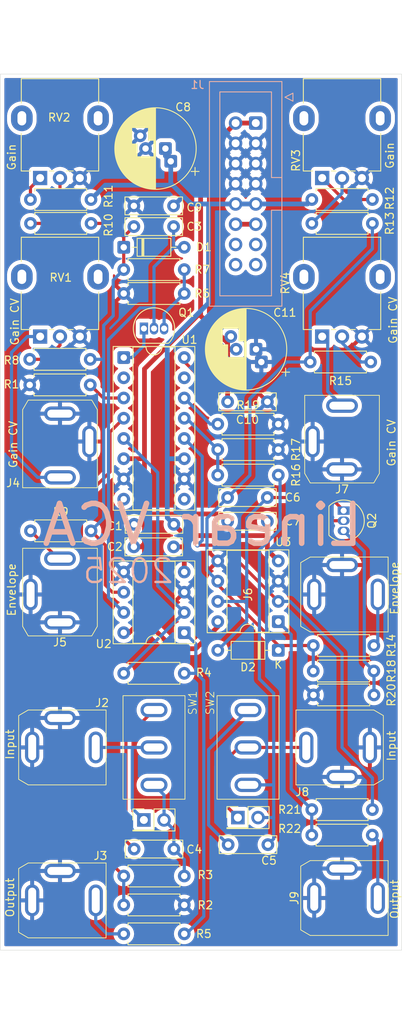
<source format=kicad_pcb>
(kicad_pcb (version 20241229) (generator "pcbnew") (generator_version "9.0")
  (layers (0 "F.Cu" signal) (2 "B.Cu" signal) (13 "F.Paste" user) (15 "B.Paste" user) (5 "F.SilkS" user "F.Silkscreen") (7 "B.SilkS" user "B.Silkscreen") (1 "F.Mask" user) (3 "B.Mask" user) (25 "Edge.Cuts" user))
  (net 0 "")
  (net 2 "+5V")
  (net 3 "+12V")
  (net 6 "-12V")
  (net 7 "GND")
  (net 13 "Net-(D1-A)")
  (net 14 "Net-(D1-K)")
  (net 15 "Net-(SW1-C)")
  (net 16 "Net-(SW2-C)")
  (net 17 "Net-(D2-A)")
  (net 18 "Net-(D2-K)")
  (net 19 "Net-(J3-PadT)")
  (net 20 "Net-(J4-PadT)")
  (net 21 "Net-(J5-PadT)")
  (net 22 "Net-(J6-PadT)")
  (net 23 "Net-(J7-PadT)")
  (net 24 "Net-(J9-PadT)")
  (net 25 "Net-(Q1-E)")
  (net 26 "Net-(Q1-C)")
  (net 27 "Net-(Q2-C)")
  (net 28 "Net-(Q2-E)")
  (net 29 "Net-(U1C-+)")
  (net 30 "Net-(U1C--)")
  (net 31 "Net-(U2A--)")
  (net 32 "Net-(R4-Pad2)")
  (net 33 "Net-(R8-Pad1)")
  (net 34 "Net-(R10-Pad1)")
  (net 35 "Net-(R11-Pad2)")
  (net 36 "Net-(R12-Pad2)")
  (net 37 "Net-(R13-Pad1)")
  (net 38 "Net-(R15-Pad1)")
  (net 39 "Net-(U1A--)")
  (net 40 "Net-(U1A-+)")
  (net 41 "Net-(R21-Pad2)")
  (net 42 "Net-(U3A--)")
  (net 43 "Net-(J10-Pin_2)")
  (net 44 "Net-(J11-Pin_2)")
  (net 45 "Net-(J10-Pin_1)")
  (net 46 "Net-(J11-Pin_1)")
  (footprint "linear_vintage_vca:Jack_3.5mm_PJ-341-2_Vertical" (layer "F.Cu") (at 57.5 163 90)
    (property "Reference" "J3")
    (property "Value" "AudioJack2")
  )
  (footprint "Connector_PinHeader_2.54mm:PinHeader_2x01_P2.54mm_Vertical" (layer "F.Cu") (at 68.058333 152.898)
    (property "Reference" "J10" (hide yes))
    (property "Value" "Conn_01x02_Pin" (hide yes))
  )
  (footprint "linear_vintage_vca:SPDT_MS-500" (layer "F.Cu") (at 69.333333 143.795)
    (property "Reference" "SW1")
    (property "Value" "SW_SPDT_321" (hide yes))
  )
  (footprint "linear_vintage_vca:R_Axial_DIN0207_L6.3mm_D2.5mm_P7.62mm_Horizontal" (layer "F.Cu") (at 97 131 180)
    (property "Reference" "R14")
    (property "Value" "330K")
  )
  (footprint "Capacitor_THT:C_Rect_L7.0mm_W2.0mm_P5.00mm" (layer "F.Cu") (at 83.6 115.4 180)
    (property "Reference" "C7")
    (property "Value" "100n")
  )
  (footprint "Capacitor_THT:CP_Radial_D10.0mm_P2.50mm_P5.00mm" (layer "F.Cu") (at 70.770937 68.6 180)
    (property "Reference" "C8")
    (property "Value" "47uF")
  )
  (footprint "linear_vintage_vca:R_Axial_DIN0207_L6.3mm_D2.5mm_P7.62mm_Horizontal" (layer "F.Cu") (at 96.61 95.4 180)
    (property "Reference" "R15")
    (property "Value" "330K")
  )
  (footprint "linear_vintage_vca:R_Axial_DIN0207_L6.3mm_D2.5mm_P7.62mm_Horizontal" (layer "F.Cu") (at 73.143333 159.934 180)
    (property "Reference" "R3")
    (property "Value" "100K")
  )
  (footprint "linear_vintage_vca:Potentiometer_Alpha_RD901F-40-00D_Single_Vertical" (layer "F.Cu") (at 57.5 84.705)
    (property "Reference" "RV1")
    (property "Value" "100k")
  )
  (footprint "linear_vintage_vca:R_Axial_DIN0207_L6.3mm_D2.5mm_P7.62mm_Horizontal" (layer "F.Cu") (at 77.356667 103.2)
    (property "Reference" "R19")
    (property "Value" "620R")
  )
  (footprint "linear_vintage_vca:R_Axial_DIN0207_L6.3mm_D2.5mm_P7.62mm_Horizontal" (layer "F.Cu") (at 89.2 75)
    (property "Reference" "R12")
    (property "Value" "120K")
  )
  (footprint "linear_vintage_vca:SPDT_MS-500" (layer "F.Cu") (at 81.166667 143.795)
    (property "Reference" "SW2")
    (property "Value" "SW_SPDT_321" (hide yes))
  )
  (footprint "linear_vintage_vca:R_Axial_DIN0207_L6.3mm_D2.5mm_P7.62mm_Horizontal" (layer "F.Cu") (at 65.523333 134.487917)
    (property "Reference" "R4")
    (property "Value" "10K")
  )
  (footprint "linear_vintage_vca:R_Axial_DIN0207_L6.3mm_D2.5mm_P7.62mm_Horizontal" (layer "F.Cu") (at 96.82 151.6 180)
    (property "Reference" "R21")
    (property "Value" "10K")
  )
  (footprint "linear_vintage_vca:Jack_3.5mm_PJ-341-2_Vertical" (layer "F.Cu") (at 93 105.385 180)
    (property "Reference" "J7")
    (property "Value" "AudioJack2")
  )
  (footprint "linear_vintage_vca:Potentiometer_Alpha_RD901F-40-00D_Single_Vertical" (layer "F.Cu") (at 93 64.8)
    (property "Reference" "RV3")
    (property "Value" "100k")
  )
  (footprint "linear_vintage_vca:Potentiometer_Alpha_RD901F-40-00D_Single_Vertical" (layer "F.Cu") (at 93 84.705)
    (property "Reference" "RV4")
    (property "Value" "100k")
  )
  (footprint "Diode_THT:D_DO-35_SOD27_P7.62mm_Horizontal" (layer "F.Cu") (at 65.523333 81)
    (property "Reference" "D1")
    (property "Value" "1N4148")
  )
  (footprint "linear_vintage_vca:Jack_3.5mm_PJ-341-2_Vertical" (layer "F.Cu") (at 93 162.7 90)
    (property "Reference" "J9")
    (property "Value" "AudioJack2")
  )
  (footprint "Diode_THT:D_DO-35_SOD27_P7.62mm_Horizontal" (layer "F.Cu") (at 84.976667 131.6 180)
    (property "Reference" "D2")
    (property "Value" "1N4148")
  )
  (footprint "linear_vintage_vca:R_Axial_DIN0207_L6.3mm_D2.5mm_P7.62mm_Horizontal" (layer "F.Cu") (at 73.143333 167.2 180)
    (property "Reference" "R5")
    (property "Value" "1K")
  )
  (footprint "linear_vintage_vca:R_Axial_DIN0207_L6.3mm_D2.5mm_P7.62mm_Horizontal" (layer "F.Cu") (at 65.523333 163.567)
    (property "Reference" "R2")
    (property "Value" "620R")
  )
  (footprint "Package_TO_SOT_THT:TO-92_Inline" (layer "F.Cu") (at 68.063333 91.2)
    (property "Reference" "Q1")
    (property "Value" "BC556")
  )
  (footprint "Capacitor_THT:C_Rect_L7.0mm_W2.0mm_P5.00mm" (layer "F.Cu") (at 66.8 78.4)
    (property "Reference" "C3")
    (property "Value" "100n")
  )
  (footprint "linear_vintage_vca:Jack_3.5mm_PJ-341-2_Vertical" (layer "F.Cu") (at 93 124.59 90)
    (property "Reference" "J6")
    (property "Value" "AudioJack2")
  )
  (footprint "linear_vintage_vca:R_Axial_DIN0207_L6.3mm_D2.5mm_P7.62mm_Horizontal" (layer "F.Cu") (at 73.143333 86.8 180)
    (property "Reference" "R6")
    (property "Value" "1K")
  )
  (footprint "linear_vintage_vca:R_Axial_DIN0207_L6.3mm_D2.5mm_P7.62mm_Horizontal" (layer "F.Cu") (at 61.31 98.275 180)
    (property "Reference" "R1")
    (property "Value" "620R")
  )
  (footprint "linear_vintage_vca:R_Axial_DIN0207_L6.3mm_D2.5mm_P7.62mm_Horizontal" (layer "F.Cu") (at 84.976667 109.6 180)
    (property "Reference" "R16")
    (property "Value" "100K")
  )
  (footprint "linear_vintage_vca:R_Axial_DIN0207_L6.3mm_D2.5mm_P7.62mm_Horizontal" (layer "F.Cu") (at 53.79 116.6)
    (property "Reference" "R9")
    (property "Value" "330K")
  )
  (footprint "linear_vintage_vca:R_Axial_DIN0207_L6.3mm_D2.5mm_P7.62mm_Horizontal" (layer "F.Cu") (at 89.38 134.2)
    (property "Reference" "R18")
    (property "Value" "33K")
  )
  (footprint "linear_vintage_vca:R_Axial_DIN0207_L6.3mm_D2.5mm_P7.62mm_Horizontal" (layer "F.Cu") (at 89.19 154.8)
    (property "Reference" "R22")
    (property "Value" "1K")
  )
  (footprint "linear_vintage_vca:Jack_3.5mm_PJ-341-2_Vertical" (layer "F.Cu") (at 57.5 143.795 90)
    (property "Reference" "J2")
    (property "Value" "AudioJack2")
  )
  (footprint "Capacitor_THT:C_Rect_L7.0mm_W2.0mm_P5.00mm" (layer "F.Cu") (at 71.833333 115.781566 180)
    (property "Reference" "C1")
    (property "Value" "100n")
  )
  (footprint "Capacitor_THT:C_Rect_L7.0mm_W2.0mm_P5.00mm" (layer "F.Cu") (at 66.833333 156.551)
    (property "Reference" "C4")
    (property "Value" "470n")
  )
  (footprint "Capacitor_THT:C_Rect_L7.0mm_W2.0mm_P5.00mm" (layer "F.Cu") (at 83.6 100.4 180)
    (property "Reference" "C10")
    (property "Value" "100n")
  )
  (footprint "Package_DIP:DIP-8_W7.62mm_Socket" (layer "F.Cu") (at 84.976667 128 180)
    (property "Reference" "U3")
    (property "Value" "TL072")
  )
  (footprint "Capacitor_THT:C_Rect_L7.0mm_W2.0mm_P5.00mm" (layer "F.Cu") (at 71.8 75.8 180)
    (property "Reference" "C9")
    (property "Value" "100n")
  )
  (footprint "linear_vintage_vca:Potentiometer_Alpha_RD901F-40-00D_Single_Vertical" (layer "F.Cu") (at 57.5 64.8)
    (property "Reference" "RV2")
    (property "Value" "100k")
  )
  (footprint "linear_vintage_vca:R_Axial_DIN0207_L6.3mm_D2.5mm_P7.62mm_Horizontal" (layer "F.Cu") (at 97.02 137.2 180)
    (property "Reference" "R20")
    (property "Value" "1K")
  )
  (footprint "Capacitor_THT:C_Rect_L7.0mm_W2.0mm_P5.00mm" (layer "F.Cu") (at 71.8 118.609267 180)
    (property "Reference" "C2")
    (property "Value" "100n")
  )
  (footprint "Capacitor_THT:C_Rect_L7.0mm_W2.0mm_P5.00mm" (layer "F.Cu") (at 78.6 112.42)
    (property "Reference" "C6")
    (property "Value" "100n")
  )
  (footprint "Capacitor_THT:C_Rect_L7.0mm_W2.0mm_P5.00mm" (layer "F.Cu") (at 78.666667 156)
    (property "Reference" "C5")
    (property "Value" "470n")
  )
  (footprint "linear_vintage_vca:R_Axial_DIN0207_L6.3mm_D2.5mm_P7.62mm_Horizontal" (layer "F.Cu") (at 89.2 78)
    (property "Reference" "R13")
    (property "Value" "330K")
  )
  (footprint "linear_vintage_vca:Jack_3.5mm_PJ-341-2_Vertical" (layer "F.Cu") (at 93 143.795 -90)
    (property "Reference" "J8")
    (property "Value" "AudioJack2")
  )
  (footprint "linear_vintage_vca:R_Axial_DIN0207_L6.3mm_D2.5mm_P7.62mm_Horizontal" (layer "F.Cu") (at 65.523333 83.8)
    (property "Reference" "R7")
    (property "Value" "33K")
  )
  (footprint "linear_vintage_vca:Jack_3.5mm_PJ-341-2_Vertical" (layer "F.Cu") (at 57.5 124.59 180)
    (property "Reference" "J5")
    (property "Value" "AudioJack2")
  )
  (footprint "Package_DIP:DIP-16_W7.62mm_Socket" (layer "F.Cu") (at 65.523333 94.843866)
    (property "Reference" "U1")
    (property "Value" "LM13700")
  )
  (footprint "linear_vintage_vca:R_Axial_DIN0207_L6.3mm_D2.5mm_P7.62mm_Horizontal" (layer "F.Cu") (at 53.69 95.065)
    (property "Reference" "R8")
    (property "Value" "330K")
  )
  (footprint "Package_DIP:DIP-8_W7.62mm_Socket" (layer "F.Cu") (at 73.143333 129.386967 180)
    (property "Reference" "U2")
    (property "Value" "TL072")
  )
  (footprint "Package_TO_SOT_THT:TO-92_Inline" (layer "F.Cu") (at 93.2 114.06 -90)
    (property "Reference" "Q2")
    (property "Value" "BC556")
  )
  (footprint "linear_vintage_vca:R_Axial_DIN0207_L6.3mm_D2.5mm_P7.62mm_Horizontal" (layer "F.Cu") (at 77.356667 106.4)
    (property "Reference" "R17")
    (property "Value" "620R")
  )
  (footprint "linear_vintage_vca:Jack_3.5mm_PJ-341-2_Vertical" (layer "F.Cu") (at 57.5 105.385)
    (property "Reference" "J4")
    (property "Value" "AudioJack2")
  )
  (footprint "linear_vintage_vca:R_Axial_DIN0207_L6.3mm_D2.5mm_P7.62mm_Horizontal" (layer "F.Cu") (at 61.4 75 180)
    (property "Reference" "R11")
    (property "Value" "120K")
  )
  (footprint "linear_vintage_vca:R_Axial_DIN0207_L6.3mm_D2.5mm_P7.62mm_Horizontal" (layer "F.Cu") (at 53.79 78)
    (property "Reference" "R10")
    (property "Value" "330K")
  )
  (footprint "Connector_PinHeader_2.54mm:PinHeader_2x01_P2.54mm_Vertical" (layer "F.Cu") (at 79.891667 152.6)
    (property "Reference" "J11" (hide yes))
    (property "Value" "Conn_01x02_Pin")
  )
  (footprint "Capacitor_THT:CP_Radial_D10.0mm_P2.50mm_P5.00mm" (layer "F.Cu") (at 82.170937 93.8 180)
    (property "Reference" "C11")
    (property "Value" "47uF")
  )
  (footprint "Connector_IDC:IDC-Header_2x08_P2.54mm_Vertical" (layer "B.Cu") (at 82.14 65.4 180)
    (property "Reference" "J1")
    (property "Value" "Conn_02x08_Odd_Even")
  )
  (gr_rect (start 50 59.25) (end 100.5 169.25) (stroke (width 0.05)) (fill no) (layer "Edge.Cuts"))
  (gr_text "Envelope" (at 100.2 127.2 90) (layer "F.SilkS") (effects (font (size 1 1)) (justify left bottom)))
  (gr_text "Gain" (at 52 71.42 90) (layer "F.SilkS") (effects (font (size 1 1)) (justify left bottom)))
  (gr_text "Input" (at 51.8 145.4 90) (layer "F.SilkS") (effects (font (size 1 1)) (justify left bottom)))
  (gr_text "Envelope" (at 52 127.4 90) (layer "F.SilkS") (effects (font (size 1 1)) (justify left bottom)))
  (gr_text "Output" (at 51.8 165.2 90) (layer "F.SilkS") (effects (font (size 1 1)) (justify left bottom)))
  (gr_text "Input" (at 99.8 145.6 90) (layer "F.SilkS") (effects (font (size 1 1)) (justify left bottom)))
  (gr_text "Output" (at 100.2 165.4 90) (layer "F.SilkS") (effects (font (size 1 1)) (justify left bottom)))
  (gr_text "Gain CV" (at 99.8 108.6 90) (layer "F.SilkS") (effects (font (size 1 1)) (justify left bottom)))
  (gr_text "Gain CV" (at 52.4 93.4 90) (layer "F.SilkS") (effects (font (size 1 1)) (justify left bottom)))
  (gr_text "Gain CV" (at 52.2 108.8 90) (layer "F.SilkS") (effects (font (size 1 1)) (justify left bottom)))
  (gr_text "Gain" (at 99.6 71.22 90) (layer "F.SilkS") (effects (font (size 1 1)) (justify left bottom)))
  (gr_text "Gain CV" (at 100 93.2 90) (layer "F.SilkS") (effects (font (size 1 1)) (justify left bottom)))
  (gr_text "Linear VCA" (at 96 118.8 0) (layer "B.SilkS") (effects (font (size 5 5) (thickness 0.7)) (justify left bottom mirror)))
  (gr_text "2025" (at 72 123.4 0) (layer "B.SilkS") (effects (font (size 3 3) (thickness 0.3)) (justify left bottom mirror)))
  (segment (start 79.6 78.1) (end 82.14 78.1) (width 0.6) (layer "F.Cu") (net 2))
  (segment (start 83.6 119.003333) (end 83.6 118.6) (width 0.6) (layer "F.Cu") (net 3))
  (segment (start 71.8 118.609267) (end 73.134066 118.609267) (width 0.6) (layer "F.Cu") (net 3))
  (segment (start 73.143333 117.2) (end 83.4 117.2) (width 0.6) (layer "F.Cu") (net 3))
  (segment (start 83.6 117.4) (end 83.6 118.6) (width 0.6) (layer "F.Cu") (net 3))
  (segment (start 73.134066 118.609267) (end 73.143333 118.6) (width 0.6) (layer "F.Cu") (net 3))
  (segment (start 83.6 118.6) (end 83.6 115.4) (width 0.6) (layer "F.Cu") (net 3))
  (segment (start 73.143333 118.6) (end 73.143333 117.2) (width 0.6) (layer "F.Cu") (net 3))
  (segment (start 73.143333 118.6) (end 73.143333 117.091566) (width 0.6) (layer "F.Cu") (net 3))
  (segment (start 83.4 117.2) (end 83.6 117.4) (width 0.6) (layer "F.Cu") (net 3))
  (segment (start 84.976667 120.38) (end 83.6 119.003333) (width 0.6) (layer "F.Cu") (net 3))
  (segment (start 73.143333 121.766967) (end 73.143333 118.6) (width 0.6) (layer "F.Cu") (net 3))
  (segment (start 73.143333 117.091566) (end 71.833333 115.781566) (width 0.6) (layer "F.Cu") (net 3))
  (segment (start 76.2 75.8) (end 76.2 88) (width 0.6) (layer "B.Cu") (net 3))
  (segment (start 79.6 75.56) (end 82.14 75.56) (width 0.6) (layer "B.Cu") (net 3))
  (segment (start 71.68 73.2) (end 73.14 74.66) (width 0.6) (layer "B.Cu") (net 3))
  (segment (start 63.2 73.2) (end 71.6 73.2) (width 0.6) (layer "B.Cu") (net 3))
  (segment (start 73.14 74.66) (end 74.04 75.56) (width 0.6) (layer "B.Cu") (net 3))
  (segment (start 72.94 74.66) (end 73.14 74.66) (width 0.6) (layer "B.Cu") (net 3))
  (segment (start 73.143333 107.543866) (end 71.143866 107.543866) (width 0.6) (layer "B.Cu") (net 3))
  (segment (start 88.64 75.56) (end 89.2 75) (width 0.6) (layer "B.Cu") (net 3))
  (segment (start 71.8 75.8) (end 72.94 74.66) (width 0.6) (layer "B.Cu") (net 3))
  (segment (start 77.04 75.56) (end 79.6 75.56) (width 0.6) (layer "B.Cu") (net 3))
  (segment (start 71.143866 107.543866) (end 71 107.4) (width 0.6) (layer "B.Cu") (net 3))
  (segment (start 61.4 75) (end 63.2 73.2) (width 0.6) (layer "B.Cu") (net 3))
  (segment (start 76.2 88) (end 71 93.2) (width 0.6) (layer "B.Cu") (net 3))
  (segment (start 71.441874 70.2) (end 71.441874 73.041874) (width 0.6) (layer "B.Cu") (net 3))
  (segment (start 70.770937 69.529063) (end 71.441874 70.2) (width 0.6) (layer "B.Cu") (net 3))
  (segment (start 74.04 75.56) (end 77.04 75.56) (width 0.6) (layer "B.Cu") (net 3))
  (segment (start 71 93.2) (end 71 107.4) (width 0.6) (layer "B.Cu") (net 3))
  (segment (start 71.833333 115.781566) (end 71 114.948233) (width 0.6) (layer "B.Cu") (net 3))
  (segment (start 71.6 73.2) (end 71.68 73.2) (width 0.6) (layer "B.Cu") (net 3))
  (segment (start 70.770937 68.6) (end 70.770937 69.529063) (width 0.6) (layer "B.Cu") (net 3))
  (segment (start 71 114.948233) (end 71 108.020533) (width 0.6) (layer "B.Cu") (net 3))
  (segment (start 71.441874 73.041874) (end 71.6 73.2) (width 0.6) (layer "B.Cu") (net 3))
  (segment (start 82.14 75.56) (end 88.64 75.56) (width 0.6) (layer "B.Cu") (net 3))
  (segment (start 71 107.4) (end 71 108.020533) (width 0.6) (layer "B.Cu") (net 3))
  (segment (start 66.8 118.609267) (end 67.725066 118.609267) (width 0.6) (layer "F.Cu") (net 6))
  (segment (start 77.356667 128) (end 77.356667 128.643333) (width 0.6) (layer "F.Cu") (net 6))
  (segment (start 79 92.2) (end 78.5 92.7) (width 0.6) (layer "F.Cu") (net 6))
  (segment (start 77.680566 114.480566) (end 68.134333 114.480566) (width 0.6) (layer "F.Cu") (net 6))
  (segment (start 66.833333 115.781566) (end 67.752767 115.781566) (width 0.6) (layer "F.Cu") (net 6))
  (segment (start 78.6 93.8) (end 78.6 100.4) (width 0.6) (layer "F.Cu") (net 6))
  (segment (start 75.2 88.4) (end 75.2 69.8) (width 0.6) (layer "F.Cu") (net 6))
  (segment (start 66.833333 118.575934) (end 66.8 118.609267) (width 0.6) (layer "F.Cu") (net 6))
  (segment (start 68.134333 115.4) (end 68.134333 114.480566) (width 0.6) (layer "F.Cu") (net 6))
  (segment (start 79.6 65.4) (end 82.14 65.4) (width 0.6) (layer "F.Cu") (net 6))
  (segment (start 65.523333 129.386967) (end 66.213033 129.386967) (width 0.6) (layer "F.Cu") (net 6))
  (segment (start 71.8 131.4) (end 68.134333 127.734333) (width 0.6) (layer "F.Cu") (net 6))
  (segment (start 68.134333 96.265667) (end 75.2 89.2) (width 0.6) (layer "F.Cu") (net 6))
  (segment (start 77.356667 128.643333) (end 74.6 131.4) (width 0.6) (layer "F.Cu") (net 6))
  (segment (start 68.134333 127.734333) (end 68.134333 126.775967) (width 0.6) (layer "F.Cu") (net 6))
  (segment (start 78.6 93) (end 78.6 93.8) (width 0.6) (layer "F.Cu") (net 6))
  (segment (start 68.134333 114.480566) (end 68.134333 107.6) (width 0.6) (layer "F.Cu") (net 6))
  (segment (start 68.134333 107.6) (end 68.134333 96.265667) (width 0.6) (layer "F.Cu") (net 6))
  (segment (start 68.134333 126.775967) (end 68.134333 118.2) (width 0.6) (layer "F.Cu") (net 6))
  (segment (start 75.2 69.8) (end 79.6 65.4) (width 0.6) (layer "F.Cu") (net 6))
  (segment (start 75.2 89.2) (end 75.2 88.4) (width 0.6) (layer "F.Cu") (net 6))
  (segment (start 78.6 115.4) (end 77.680566 114.480566) (width 0.6) (layer "F.Cu") (net 6))
  (segment (start 68.078199 107.543866) (end 68.134333 107.6) (width 0.6) (layer "F.Cu") (net 6))
  (segment (start 78.5 92.7) (end 78.3 92.7) (width 0.6) (layer "F.Cu") (net 6))
  (segment (start 78.3 92.7) (end 78.6 93) (width 0.6) (layer "F.Cu") (net 6))
  (segment (start 66.213033 129.386967) (end 68.134333 127.465667) (width 0.6) (layer "F.Cu") (net 6))
  (segment (start 79.670937 93.8) (end 78.6 93.8) (width 0.6) (layer "F.Cu") (net 6))
  (segment (start 67.752767 115.781566) (end 68.134333 115.4) (width 0.6) (layer "F.Cu") (net 6))
  (segment (start 74.6 131.4) (end 71.8 131.4) (width 0.6) (layer "F.Cu") (net 6))
  (segment (start 68.134333 127.465667) (end 68.134333 126.775967) (width 0.6) (layer "F.Cu") (net 6))
  (segment (start 65.523333 107.543866) (end 68.078199 107.543866) (width 0.6) (layer "F.Cu") (net 6))
  (segment (start 68.134333 118.2) (end 68.134333 115.4) (width 0.6) (layer "F.Cu") (net 6))
  (segment (start 75.2 88.4) (end 75.2 89.6) (width 0.6) (layer "F.Cu") (net 6))
  (segment (start 67.725066 118.609267) (end 68.134333 118.2) (width 0.6) (layer "F.Cu") (net 6))
  (segment (start 75.2 89.6) (end 78.3 92.7) (width 0.6) (layer "F.Cu") (net 6))
  (segment (start 63.6 124.923634) (end 63.6 92.6) (width 0.4) (layer "B.Cu") (net 13))
  (segment (start 65.523333 126.846967) (end 63.6 124.923634) (width 0.4) (layer "B.Cu") (net 13))
  (segment (start 71.8 81) (end 69.333333 83.466667) (width 0.4) (layer "B.Cu") (net 13))
  (segment (start 71.8 78.4) (end 71.833333 78.366667) (width 0.4) (layer "B.Cu") (net 13))
  (segment (start 71.8 81) (end 73.143333 81) (width 0.4) (layer "B.Cu") (net 13))
  (segment (start 71.8 78.4) (end 71.8 81) (width 0.4) (layer "B.Cu") (net 13))
  (segment (start 69.333333 88.6) (end 69.333333 91.2) (width 0.4) (layer "B.Cu") (net 13))
  (segment (start 67.6 88.6) (end 69.333333 88.6) (width 0.4) (layer "B.Cu") (net 13))
  (segment (start 69.333333 83.466667) (end 69.333333 88.6) (width 0.4) (layer "B.Cu") (net 13))
  (segment (start 63.6 92.6) (end 67.6 88.6) (width 0.4) (layer "B.Cu") (net 13))
  (segment (start 65.523333 81) (end 65.523333 79.723333) (width 0.4) (layer "F.Cu") (net 14))
  (segment (start 63.2 118.39) (end 61.41 116.6) (width 0.4) (layer "F.Cu") (net 14))
  (segment (start 64.106967 124.306967) (end 63.2 123.4) (width 0.4) (layer "F.Cu") (net 14))
  (segment (start 63.2 123.4) (end 63.2 118.39) (width 0.4) (layer "F.Cu") (net 14))
  (segment (start 65.523333 124.306967) (end 64.106967 124.306967) (width 0.4) (layer "F.Cu") (net 14))
  (segment (start 65.523333 79.676667) (end 66.8 78.4) (width 0.4) (layer "F.Cu") (net 14))
  (segment (start 65.523333 83.8) (end 65.523333 81) (width 0.4) (layer "F.Cu") (net 14))
  (segment (start 65.523333 79.723333) (end 63.8 78) (width 0.4) (layer "F.Cu") (net 14))
  (segment (start 63.8 78) (end 61.41 78) (width 0.4) (layer "F.Cu") (net 14))
  (segment (start 65.523333 81) (end 65.523333 79.676667) (width 0.4) (layer "F.Cu") (net 14))
  (segment (start 63 90.8) (end 63 95) (width 0.4) (layer "B.Cu") (net 14))
  (segment (start 65.523333 83.8) (end 64.2 85.123333) (width 0.4) (layer "B.Cu") (net 14))
  (segment (start 64.2 89.6) (end 63 90.8) (width 0.4) (layer "B.Cu") (net 14))
  (segment (start 63 95) (end 63 115.01) (width 0.4) (layer "B.Cu") (net 14))
  (segment (start 61.31 95.065) (end 62.935 95.065) (width 0.4) (layer "B.Cu") (net 14))
  (segment (start 62.935 95.065) (end 63 95) (width 0.4) (layer "B.Cu") (net 14))
  (segment (start 64.2 85.123333) (end 64.2 89.6) (width 0.4) (layer "B.Cu") (net 14))
  (segment (start 63 115.01) (end 61.41 116.6) (width 0.4) (layer "B.Cu") (net 14))
  (segment (start 65.8 142.628333) (end 69.333333 139.095) (width 0.4) (layer "F.Cu") (net 15))
  (segment (start 65.8 142.628333) (end 65.8 155.517667) (width 0.4) (layer "F.Cu") (net 15))
  (segment (start 65.8 155.517667) (end 66.833333 156.551) (width 0.4) (layer "F.Cu") (net 15))
  (segment (start 78.666667 156) (end 76.2 153.533333) (width 0.4) (layer "B.Cu") (net 16))
  (segment (start 76.2 153.533333) (end 76.2 144.061667) (width 0.4) (layer "B.Cu") (net 16))
  (segment (start 76.2 144.061667) (end 81.166667 139.095) (width 0.4) (layer "B.Cu") (net 16))
  (segment (start 86.8 112.4) (end 86.78 112.42) (width 0.4) (layer "F.Cu") (net 17))
  (segment (start 93.2 115.33) (end 89.73 115.33) (width 0.4) (layer "F.Cu") (net 17))
  (segment (start 89.73 115.33) (end 86.8 112.4) (width 0.4) (layer "F.Cu") (net 17))
  (segment (start 86.78 112.42) (end 83.6 112.42) (width 0.4) (layer "F.Cu") (net 17))
  (segment (start 81 127.956667) (end 81 121.816667) (width 0.4) (layer "B.Cu") (net 17))
  (segment (start 81 121.816667) (end 81 125.4) (width 0.4) (layer "B.Cu") (net 17))
  (segment (start 81 115.02) (end 81 121.816667) (width 0.4) (layer "B.Cu") (net 17))
  (segment (start 81 125.4) (end 80.94 125.46) (width 0.4) (layer "B.Cu") (net 17))
  (segment (start 77.356667 131.6) (end 81 127.956667) (width 0.4) (layer "B.Cu") (net 17))
  (segment (start 83.6 112.42) (end 81 115.02) (width 0.4) (layer "B.Cu") (net 17))
  (segment (start 80.94 125.46) (end 77.356667 125.46) (width 0.4) (layer "B.Cu") (net 17))
  (segment (start 84.976667 130.976667) (end 84.976667 131.6) (width 0.4) (layer "F.Cu") (net 18))
  (segment (start 77.356667 123.356667) (end 84.976667 130.976667) (width 0.4) (layer "F.Cu") (net 18))
  (segment (start 77.356667 122.92) (end 77.356667 123.356667) (width 0.4) (layer "F.Cu") (net 18))
  (segment (start 85.576667 131) (end 84.976667 131.6) (width 0.4) (layer "F.Cu") (net 18))
  (segment (start 89.38 131) (end 85.576667 131) (width 0.4) (layer "F.Cu") (net 18))
  (segment (start 88.99 89.01) (end 96.82 81.18) (width 0.4) (layer "B.Cu") (net 18))
  (segment (start 88.99 95.4) (end 88.99 89.01) (width 0.4) (layer "B.Cu") (net 18))
  (segment (start 76 115.02) (end 76 121.563333) (width 0.4) (layer "B.Cu") (net 18))
  (segment (start 86 95.4) (end 88.99 95.4) (width 0.4) (layer "B.Cu") (net 18))
  (segment (start 81.4 109.62) (end 81.4 100) (width 0.4) (layer "B.Cu") (net 18))
  (segment (start 76 121.563333) (end 77.356667 122.92) (width 0.4) (layer "B.Cu") (net 18))
  (segment (start 78.6 112.42) (end 76 115.02) (width 0.4) (layer "B.Cu") (net 18))
  (segment (start 81.4 100) (end 86 95.4) (width 0.4) (layer "B.Cu") (net 18))
  (segment (start 89.38 131) (end 89.38 134.2) (width 0.4) (layer "B.Cu") (net 18))
  (segment (start 78.6 112.42) (end 81.4 109.62) (width 0.4) (layer "B.Cu") (net 18))
  (segment (start 96.82 81.18) (end 96.82 78) (width 0.4) (layer "B.Cu") (net 18))
  (segment (start 62 165.8) (end 63.4 167.2) (width 0.4) (layer "B.Cu") (net 19))
  (segment (start 62 163) (end 62 165.8) (width 0.4) (layer "B.Cu") (net 19))
  (segment (start 63.4 167.2) (end 65.523333 167.2) (width 0.4) (layer "B.Cu") (net 19))
  (segment (start 53.395 92.205) (end 51.4 94.2) (width 0.4) (layer "B.Cu") (net 20))
  (segment (start 51.4 94.2) (end 51.4 106.6) (width 0.4) (layer "B.Cu") (net 20))
  (segment (start 55 92.205) (end 53.395 92.205) (width 0.4) (layer "B.Cu") (net 20))
  (segment (start 51.4 106.6) (end 54.685 109.885) (width 0.4) (layer "B.Cu") (net 20))
  (segment (start 54.685 109.885) (end 57.5 109.885) (width 0.4) (layer "B.Cu") (net 20))
  (segment (start 57.28 120.09) (end 57.5 120.09) (width 0.4) (layer "F.Cu") (net 21))
  (segment (start 53.79 116.6) (end 57.28 120.09) (width 0.4) (layer "F.Cu") (net 21))
  (segment (start 97.5 124.59) (end 97.5 130.5) (width 0.4) (layer "B.Cu") (net 22))
  (segment (start 97.5 130.5) (end 97 131) (width 0.4) (layer "B.Cu") (net 22))
  (segment (start 90.5 92.205) (end 91.2 92.905) (width 0.4) (layer "B.Cu") (net 23))
  (segment (start 91.2 99.085) (end 93 100.885) (width 0.4) (layer "B.Cu") (net 23))
  (segment (start 91.2 92.905) (end 91.2 99.085) (width 0.4) (layer "B.Cu") (net 23))
  (segment (start 97.5 155.49) (end 96.81 154.8) (width 0.4) (layer "B.Cu") (net 24))
  (segment (start 97.5 162.7) (end 97.5 155.49) (width 0.4) (layer "B.Cu") (net 24))
  (segment (start 73.143333 86.8) (end 73.126249 86.8) (width 0.4) (layer "B.Cu") (net 25))
  (segment (start 73.143333 86.8) (end 73.143333 83.8) (width 0.4) (layer "B.Cu") (net 25))
  (segment (start 70.603333 89.322916) (end 70.603333 91.2) (width 0.4) (layer "B.Cu") (net 25))
  (segment (start 73.126249 86.8) (end 70.603333 89.322916) (width 0.4) (layer "B.Cu") (net 25))
  (segment (start 65.523333 94.843866) (end 66.556134 94.843866) (width 0.4) (layer "B.Cu") (net 26))
  (segment (start 68.063333 93.336667) (end 68.063333 91.2) (width 0.4) (layer "B.Cu") (net 26))
  (segment (start 66.556134 94.843866) (end 68.063333 93.336667) (width 0.4) (layer "B.Cu") (net 26))
  (segment (start 76.4 101.6) (end 74.8 100) (width 0.4) (layer "F.Cu") (net 27))
  (segment (start 74.8 100) (end 74.8 97) (width 0.4) (layer "F.Cu") (net 27))
  (segment (start 74.8 97) (end 73.143333 95.343333) (width 0.4) (layer "F.Cu") (net 27))
  (segment (start 85.8 101.6) (end 76.4 101.6) (width 0.4) (layer "F.Cu") (net 27))
  (segment (start 93.2 114.06) (end 87 107.86) (width 0.4) (layer "F.Cu") (net 27))
  (segment (start 73.143333 95.343333) (end 73.143333 94.843866) (width 0.4) (layer "F.Cu") (net 27))
  (segment (start 87 107.86) (end 87 102.8) (width 0.4) (layer "F.Cu") (net 27))
  (segment (start 87 102.8) (end 85.8 101.6) (width 0.4) (layer "F.Cu") (net 27))
  (segment (start 97.02 134.22) (end 97 134.2) (width 0.4) (layer "B.Cu") (net 28))
  (segment (start 97 134.2) (end 95.8 133) (width 0.4) (layer "B.Cu") (net 28))
  (segment (start 97.02 137.2) (end 97.02 134.22) (width 0.4) (layer "B.Cu") (net 28))
  (segment (start 95.8 119.2) (end 93.2 116.6) (width 0.4) (layer "B.Cu") (net 28))
  (segment (start 95.8 133) (end 95.8 119.2) (width 0.4) (layer "B.Cu") (net 28))
  (segment (start 62.958866 99.923866) (end 61.31 98.275) (width 0.4) (layer "F.Cu") (net 29))
  (segment (start 65.523333 99.923866) (end 62.958866 99.923866) (width 0.4) (layer "F.Cu") (net 29))
  (segment (start 65.523333 159.934) (end 60.2 154.610667) (width 0.4) (layer "F.Cu") (net 30))
  (segment (start 63.8 104.187199) (end 65.523333 102.463866) (width 0.4) (layer "F.Cu") (net 30))
  (segment (start 63.8 109.2) (end 63.8 104.187199) (width 0.4) (layer "F.Cu") (net 30))
  (segment (start 65.523333 102.463866) (end 65.259467 102.2) (width 0.4) (layer "F.Cu") (net 30))
  (segment (start 60.2 112.8) (end 63.8 109.2) (width 0.4) (layer "F.Cu") (net 30))
  (segment (start 60.2 154.610667) (end 60.2 112.8) (width 0.4) (layer "F.Cu") (net 30))
  (segment (start 65.523333 159.934) (end 65.523333 163.567) (width 0.4) (layer "B.Cu") (net 30))
  (segment (start 65.523333 134.466967) (end 65.523333 134.487917) (width 0.4) (layer "B.Cu") (net 31))
  (segment (start 73.143333 126.846967) (end 65.523333 134.466967) (width 0.4) (layer "B.Cu") (net 31))
  (segment (start 69.8 123.503634) (end 69.8 109.280533) (width 0.4) (layer "B.Cu") (net 31))
  (segment (start 73.143333 126.846967) (end 69.8 123.503634) (width 0.4) (layer "B.Cu") (net 31))
  (segment (start 69.8 109.280533) (end 65.523333 105.003866) (width 0.4) (layer "B.Cu") (net 31))
  (segment (start 75.6 165) (end 75.6 135.4) (width 0.4) (layer "B.Cu") (net 32))
  (segment (start 73.143333 167.2) (end 73.143333 167.343333) (width 0.4) (layer "B.Cu") (net 32))
  (segment (start 74.512083 134.487917) (end 74.6 134.4) (width 0.4) (layer "B.Cu") (net 32))
  (segment (start 73.143333 134.487917) (end 74.512083 134.487917) (width 0.4) (layer "B.Cu") (net 32))
  (segment (start 75.6 135.4) (end 74.6 134.4) (width 0.4) (layer "B.Cu") (net 32))
  (segment (start 73.143333 167.343333) (end 73.2 167.4) (width 0.4) (layer "B.Cu") (net 32))
  (segment (start 73.186967 129.386967) (end 73.143333 129.386967) (width 0.4) (layer "B.Cu") (net 32))
  (segment (start 74.6 130.8) (end 73.186967 129.386967) (width 0.4) (layer "B.Cu") (net 32))
  (segment (start 73.2 167.4) (end 75.6 165) (width 0.4) (layer "B.Cu") (net 32))
  (segment (start 74.6 134.4) (end 74.6 130.8) (width 0.4) (layer "B.Cu") (net 32))
  (segment (start 55.735 95.065) (end 57.5 93.3) (width 0.4) (layer "F.Cu") (net 33))
  (segment (start 57.5 93.3) (end 57.5 92.205) (width 0.4) (layer "F.Cu") (net 33))
  (segment (start 53.69 95.065) (end 55.735 95.065) (width 0.4) (layer "F.Cu") (net 33))
  (segment (start 56 78) (end 53.79 78) (width 0.4) (layer "F.Cu") (net 34))
  (segment (start 57.5 76.5) (end 56 78) (width 0.4) (layer "F.Cu") (net 34))
  (segment (start 57.5 72.3) (end 57.5 76.5) (width 0.4) (layer "F.Cu") (net 34))
  (segment (start 53.78 73.52) (end 55 72.3) (width 0.4) (layer "F.Cu") (net 35))
  (segment (start 55 73) (end 55 72) (width 0.4) (layer "F.Cu") (net 35))
  (segment (start 53.78 75) (end 53.78 73.52) (width 0.4) (layer "F.Cu") (net 35))
  (segment (start 96.82 75) (end 93.2 75) (width 0.4) (layer "F.Cu") (net 36))
  (segment (start 93.2 75) (end 90.5 72.3) (width 0.4) (layer "F.Cu") (net 36))
  (segment (start 93 74.2) (end 93 72.3) (width 0.4) (layer "B.Cu") (net 37))
  (segment (start 89.2 78) (end 93 74.2) (width 0.4) (layer "B.Cu") (net 37))
  (segment (start 93 93) (end 95.4 95.4) (width 0.4) (layer "B.Cu") (net 38))
  (segment (start 93 92.205) (end 93 93) (width 0.4) (layer "B.Cu") (net 38))
  (segment (start 95.4 95.4) (end 96.61 95.4) (width 0.4) (layer "B.Cu") (net 38))
  (segment (start 73.420533 102.463866) (end 73.143333 102.463866) (width 0.4) (layer "B.Cu") (net 39))
  (segment (start 77.356667 106.4) (end 73.420533 102.463866) (width 0.4) (layer "B.Cu") (net 39))
  (segment (start 77.356667 109.6) (end 77.356667 106.4) (width 0.4) (layer "B.Cu") (net 39))
  (segment (start 76.419467 103.2) (end 77.356667 103.2) (width 0.4) (layer "B.Cu") (net 40))
  (segment (start 73.143333 99.923866) (end 76.419467 103.2) (width 0.4) (layer "B.Cu") (net 40))
  (segment (start 89.19 154.8) (end 89.19 151.61) (width 0.4) (layer "B.Cu") (net 41))
  (segment (start 86.6 129.623333) (end 84.976667 128) (width 0.4) (layer "B.Cu") (net 41))
  (segment (start 89.19 151.61) (end 89.2 151.6) (width 0.4) (layer "B.Cu") (net 41))
  (segment (start 86.6 149) (end 86.6 129.623333) (width 0.4) (layer "B.Cu") (net 41))
  (segment (start 89.2 151.6) (end 86.6 149) (width 0.4) (layer "B.Cu") (net 41))
  (segment (start 77.916667 118.4) (end 84.976667 125.46) (width 0.4) (layer "F.Cu") (net 42))
  (segment (start 74.8 118.4) (end 77.916667 118.4) (width 0.4) (layer "F.Cu") (net 42))
  (via (at 74.8 118.4) (size 0.6) (drill 0.3) (layers "F.Cu" "B.Cu") (net 42))
  (segment (start 74.8 118.4) (end 75.4 117.8) (width 0.4) (layer "B.Cu") (net 42))
  (segment (start 75.4 107.260533) (end 73.143333 105.003866) (width 0.4) (layer "B.Cu") (net 42))
  (segment (start 75.4 117.8) (end 75.4 107.260533) (width 0.4) (layer "B.Cu") (net 42))
  (segment (start 86.46 125.46) (end 93 132) (width 0.4) (layer "B.Cu") (net 42))
  (segment (start 96.82 147.62) (end 96.82 151.6) (width 0.4) (layer "B.Cu") (net 42))
  (segment (start 84.976667 125.46) (end 86.46 125.46) (width 0.4) (layer "B.Cu") (net 42))
  (segment (start 93 132) (end 93 143.8) (width 0.4) (layer "B.Cu") (net 42))
  (segment (start 93 143.8) (end 96.82 147.62) (width 0.4) (layer "B.Cu") (net 42))
  (segment (start 70.6 149.761667) (end 70.6 150.2) (width 0.4) (layer "B.Cu") (net 43))
  (segment (start 73.143333 159.934) (end 73.143333 157.861) (width 0.4) (layer "B.Cu") (net 43))
  (segment (start 71.833333 154.133) (end 70.598333 152.898) (width 0.4) (layer "B.Cu") (net 43))
  (segment (start 73.143333 157.861) (end 71.833333 156.551) (width 0.4) (layer "B.Cu") (net 43))
  (segment (start 71.833333 156.551) (end 71.833333 154.133) (width 0.4) (layer "B.Cu") (net 43))
  (segment (start 69.333333 148.495) (end 70.6 149.761667) (width 0.4) (layer "B.Cu") (net 43))
  (segment (start 70.6 150.2) (end 70.598333 150.201667) (width 0.4) (layer "B.Cu") (net 43))
  (segment (start 70.598333 150.201667) (end 70.598333 152.898) (width 0.4) (layer "B.Cu") (net 43))
  (segment (start 84.4 155.266667) (end 84.4 152.6) (width 0.4) (layer "B.Cu") (net 44))
  (segment (start 82.431667 152.6) (end 84.4 152.6) (width 0.4) (layer "B.Cu") (net 44))
  (segment (start 84.4 137) (end 82.6 135.2) (width 0.4) (layer "B.Cu") (net 44))
  (segment (start 81.166667 148.495) (end 81.166667 148.566667) (width 0.4) (layer "B.Cu") (net 44))
  (segment (start 84.4 148.4) (end 84.4 137) (width 0.4) (layer "B.Cu") (net 44))
  (segment (start 85.2 109.823333) (end 84.976667 109.6) (width 0.4) (layer "B.Cu") (net 44))
  (segment (start 82.6 119) (end 85.2 116.4) (width 0.4) (layer "B.Cu") (net 44))
  (segment (start 82.6 135.2) (end 82.6 119) (width 0.4) (layer "B.Cu") (net 44))
  (segment (start 84.305 148.495) (end 84.4 148.4) (width 0.4) (layer "B.Cu") (net 44))
  (segment (start 85.2 116.4) (end 85.2 109.823333) (width 0.4) (layer "B.Cu") (net 44))
  (segment (start 81.166667 148.495) (end 84.305 148.495) (width 0.4) (layer "B.Cu") (net 44))
  (segment (start 83.666667 156) (end 84.4 155.266667) (width 0.4) (layer "B.Cu") (net 44))
  (segment (start 84.4 152.6) (end 84.4 148.4) (width 0.4) (layer "B.Cu") (net 44))
  (segment (start 66.6 143.795) (end 69.333333 143.795) (width 0.4) (layer "B.Cu") (net 45))
  (segment (start 66.6 143.795) (end 62 143.795) (width 0.4) (layer "B.Cu") (net 45))
  (segment (start 68.058333 152.898) (end 66.6 151.439667) (width 0.4) (layer "B.Cu") (net 45))
  (segment (start 66.6 151.439667) (end 66.6 143.795) (width 0.4) (layer "B.Cu") (net 45))
  (segment (start 77.6 150.308333) (end 77.6 146.2) (width 0.4) (layer "F.Cu") (net 46))
  (segment (start 88.5 143.795) (end 81.166667 143.795) (width 0.4) (layer "F.Cu") (net 46))
  (segment (start 77.6 146.2) (end 80.005 143.795) (width 0.4) (layer "F.Cu") (net 46))
  (segment (start 80.005 143.795) (end 81.166667 143.795) (width 0.4) (layer "F.Cu") (net 46))
  (segment (start 79.891667 152.6) (end 77.6 150.308333) (width 0.4) (layer "F.Cu") (net 46))
  (zone (net 7) (net_name "GND") (layers "F.Cu" "B.Cu") (connect_pads (clearance 0.5)) (min_thickness 0.25) (fill yes (thermal_gap 0.5) (thermal_bridge_width 0.5))
    (polygon (pts (xy 50 59.5) (xy 100.5 59.5) (xy 100.5 169) (xy 50 169)))
  )
)
</source>
